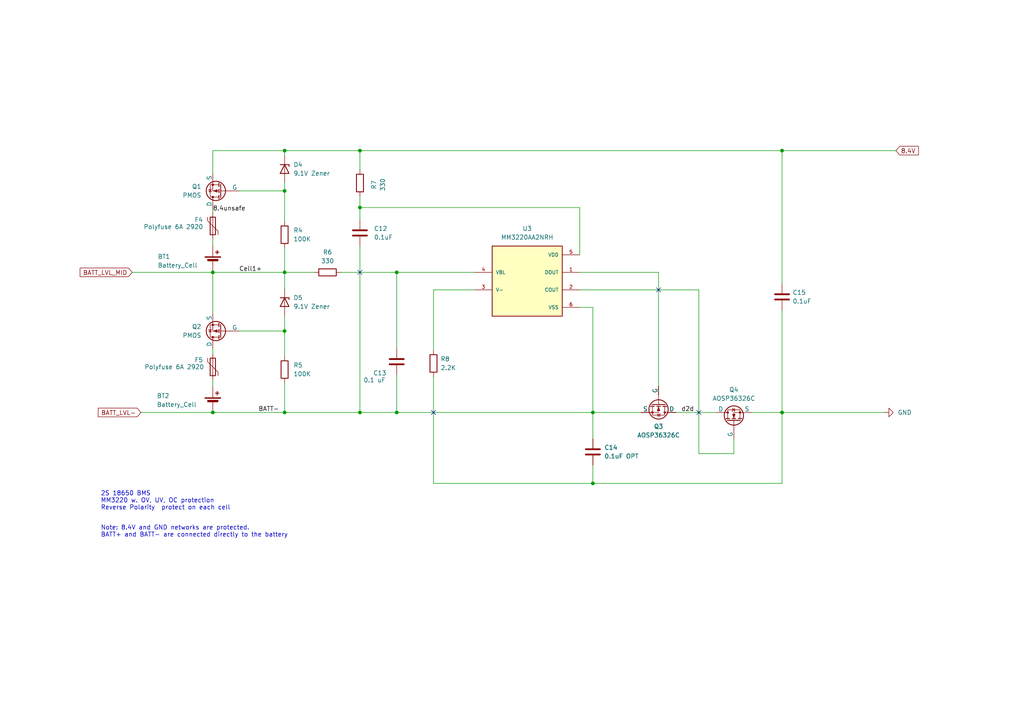
<source format=kicad_sch>
(kicad_sch (version 20230121) (generator eeschema)
  (paper "A4")
  (title_block (title "OpenActionCam") (date "2025-04-10") (rev "0.2") (company "KBader94") (comment 1 "https://github.com/kbader94/OpenActionCam"))
  (lib_symbols
    (symbol "Device:Battery_Cell" (pin_numbers hide) (pin_names (offset 0) hide)
      (property "Reference" "BT" (at 2.54 2.54 0))
      (property "Value" "Battery_Cell" (at 2.54 0 0))
      (symbol "Battery_Cell_0_1"
        (rectangle (start -2.286 1.778) (end 2.286 1.524) (fill (type outline)))
        (rectangle (start -1.524 1.016) (end 1.524 0.508) (fill (type outline)))
        (polyline (pts (xy 0 0.762) (xy 0 0)))
        (polyline (pts (xy 0 1.778) (xy 0 2.54)))
        (polyline (pts (xy 0.762 3.048) (xy 1.778 3.048)) (stroke (width 0.254)))
        (polyline (pts (xy 1.27 3.556) (xy 1.27 2.54)) (stroke (width 0.254)))
      )
      (symbol "Battery_Cell_1_1"
        (pin passive line (at 0 5.08 270) (length 2.54) (name "+") (number "1"))
        (pin passive line (at 0 -2.54 90) (length 2.54) (name "-") (number "2"))
      )
    )
    (symbol "Device:C" (pin_numbers hide) (pin_names (offset 0.254))
      (property "Reference" "C" (at 0.635 2.54 0))
      (property "Value" "C" (at 0.635 -2.54 0))
      (symbol "C_0_1"
        (polyline (pts (xy -2.032 -0.762) (xy 2.032 -0.762)) (stroke (width 0.508)))
        (polyline (pts (xy -2.032 0.762) (xy 2.032 0.762)) (stroke (width 0.508)))
      )
      (symbol "C_1_1"
        (pin passive line (at 0 3.81 270) (length 2.794) (name "~") (number "1"))
        (pin passive line (at 0 -3.81 90) (length 2.794) (name "~") (number "2"))
      )
    )
    (symbol "Device:D_Zener" (pin_numbers hide) (pin_names (offset 1.016) hide)
      (property "Reference" "D" (at 0 2.54 0))
      (property "Value" "D_Zener" (at 0 -2.54 0))
      (symbol "D_Zener_0_1"
        (polyline (pts (xy 1.27 0) (xy -1.27 0)))
        (polyline (pts (xy -1.27 -1.27) (xy -1.27 1.27) (xy -0.762 1.27)) (stroke (width 0.254)))
        (polyline (pts (xy 1.27 -1.27) (xy 1.27 1.27) (xy -1.27 0) (xy 1.27 -1.27)) (stroke (width 0.254)))
      )
      (symbol "D_Zener_1_1"
        (pin passive line (at -3.81 0 0) (length 2.54) (name "K") (number "1"))
        (pin passive line (at 3.81 0 180) (length 2.54) (name "A") (number "2"))
      )
    )
    (symbol "Device:Polyfuse" (pin_numbers hide) (pin_names (offset 0))
      (property "Reference" "F" (at -2.54 0 90))
      (property "Value" "Polyfuse" (at 2.54 0 90))
      (symbol "Polyfuse_0_1"
        (rectangle (start -0.762 2.54) (end 0.762 -2.54) (stroke (width 0.254)))
        (polyline (pts (xy 0 2.54) (xy 0 -2.54)))
        (polyline (pts (xy -1.524 2.54) (xy -1.524 1.524) (xy 1.524 -1.524) (xy 1.524 -2.54)))
      )
      (symbol "Polyfuse_1_1"
        (pin passive line (at 0 3.81 270) (length 1.27) (name "~") (number "1"))
        (pin passive line (at 0 -3.81 90) (length 1.27) (name "~") (number "2"))
      )
    )
    (symbol "Device:R" (pin_numbers hide) (pin_names (offset 0))
      (property "Reference" "R" (at 2.032 0 90))
      (property "Value" "R" (at 0 0 90))
      (symbol "R_0_1"
        (rectangle (start -1.016 -2.54) (end 1.016 2.54) (stroke (width 0.254)))
      )
      (symbol "R_1_1"
        (pin passive line (at 0 3.81 270) (length 1.27) (name "~") (number "1"))
        (pin passive line (at 0 -3.81 90) (length 1.27) (name "~") (number "2"))
      )
    )
    (symbol "MM3220AA2NRH:MM3220AA2NRH" (pin_names (offset 1.016))
      (property "Reference" "U" (at -10.16 10.922 0))
      (property "Value" "MM3220AA2NRH" (at -10.16 -12.7 0))
      (symbol "MM3220AA2NRH_0_0"
        (rectangle (start -10.16 -10.16) (end 10.16 10.16) (stroke (width 0.254)) (fill (type background)))
        (pin output line (at 15.24 2.54 180) (length 5.08) (name "DOUT") (number "1"))
        (pin output line (at 15.24 -2.54 180) (length 5.08) (name "COUT") (number "2"))
        (pin input line (at -15.24 -2.54 0) (length 5.08) (name "V-") (number "3"))
        (pin input line (at -15.24 2.54 0) (length 5.08) (name "VBL") (number "4"))
        (pin power_in line (at 15.24 7.62 180) (length 5.08) (name "VDD") (number "5"))
        (pin power_in line (at 15.24 -7.62 180) (length 5.08) (name "VSS") (number "6"))
      )
    )
    (symbol "Simulation_SPICE:NMOS" (pin_numbers hide) (pin_names (offset 0))
      (property "Reference" "Q" (at 5.08 1.27 0))
      (property "Value" "NMOS" (at 5.08 -1.27 0))
      (symbol "NMOS_0_1"
        (polyline (pts (xy 0.254 0) (xy -2.54 0)))
        (polyline (pts (xy 0.254 1.905) (xy 0.254 -1.905)) (stroke (width 0.254)))
        (polyline (pts (xy 0.762 -1.27) (xy 0.762 -2.286)) (stroke (width 0.254)))
        (polyline (pts (xy 0.762 0.508) (xy 0.762 -0.508)) (stroke (width 0.254)))
        (polyline (pts (xy 0.762 2.286) (xy 0.762 1.27)) (stroke (width 0.254)))
        (polyline (pts (xy 2.54 2.54) (xy 2.54 1.778)))
        (polyline (pts (xy 2.54 -2.54) (xy 2.54 0) (xy 0.762 0)))
        (polyline (pts (xy 0.762 -1.778) (xy 3.302 -1.778) (xy 3.302 1.778) (xy 0.762 1.778)))
        (polyline (pts (xy 1.016 0) (xy 2.032 0.381) (xy 2.032 -0.381) (xy 1.016 0)) (fill (type outline)))
        (polyline (pts (xy 2.794 0.508) (xy 2.921 0.381) (xy 3.683 0.381) (xy 3.81 0.254)))
        (polyline (pts (xy 3.302 0.381) (xy 2.921 -0.254) (xy 3.683 -0.254) (xy 3.302 0.381)))
        (circle (center 1.651 0) (radius 2.794) (stroke (width 0.254)))
        (circle (center 2.54 -1.778) (radius 0.254) (fill (type outline)))
        (circle (center 2.54 1.778) (radius 0.254) (fill (type outline)))
      )
      (symbol "NMOS_1_1"
        (pin passive line (at 2.54 5.08 270) (length 2.54) (name "D") (number "1"))
        (pin input line (at -5.08 0 0) (length 2.54) (name "G") (number "2"))
        (pin passive line (at 2.54 -5.08 90) (length 2.54) (name "S") (number "3"))
      )
    )
    (symbol "Simulation_SPICE:PMOS" (pin_numbers hide) (pin_names (offset 0))
      (property "Reference" "Q" (at 5.08 1.27 0))
      (property "Value" "PMOS" (at 5.08 -1.27 0))
      (symbol "PMOS_0_1"
        (polyline (pts (xy 0.254 0) (xy -2.54 0)))
        (polyline (pts (xy 0.254 1.905) (xy 0.254 -1.905)) (stroke (width 0.254)))
        (polyline (pts (xy 0.762 -1.27) (xy 0.762 -2.286)) (stroke (width 0.254)))
        (polyline (pts (xy 0.762 0.508) (xy 0.762 -0.508)) (stroke (width 0.254)))
        (polyline (pts (xy 0.762 2.286) (xy 0.762 1.27)) (stroke (width 0.254)))
        (polyline (pts (xy 2.54 2.54) (xy 2.54 1.778)))
        (polyline (pts (xy 2.54 -2.54) (xy 2.54 0) (xy 0.762 0)))
        (polyline (pts (xy 0.762 1.778) (xy 3.302 1.778) (xy 3.302 -1.778) (xy 0.762 -1.778)))
        (polyline (pts (xy 2.286 0) (xy 1.27 0.381) (xy 1.27 -0.381) (xy 2.286 0)) (fill (type outline)))
        (polyline (pts (xy 2.794 -0.508) (xy 2.921 -0.381) (xy 3.683 -0.381) (xy 3.81 -0.254)))
        (polyline (pts (xy 3.302 -0.381) (xy 2.921 0.254) (xy 3.683 0.254) (xy 3.302 -0.381)))
        (circle (center 1.651 0) (radius 2.794) (stroke (width 0.254)))
        (circle (center 2.54 -1.778) (radius 0.254) (fill (type outline)))
        (circle (center 2.54 1.778) (radius 0.254) (fill (type outline)))
      )
      (symbol "PMOS_1_1"
        (pin passive line (at 2.54 5.08 270) (length 2.54) (name "D") (number "1"))
        (pin input line (at -5.08 0 0) (length 2.54) (name "G") (number "2"))
        (pin passive line (at 2.54 -5.08 90) (length 2.54) (name "S") (number "3"))
      )
    )
    (symbol "power:GND" (power) (pin_names (offset 0))
      (property "Value" "GND" (at 0 -3.81 0))
      (symbol "GND_0_1"
        (polyline (pts (xy 0 0) (xy 0 -1.27) (xy 1.27 -1.27) (xy 0 -2.54) (xy -1.27 -1.27) (xy 0 -1.27)))
      )
      (symbol "GND_1_1"
        (pin power_in line (at 0 0 270) (length 0) hide (name "GND") (number "1"))
      )
    )
  )
  (junction (at 82.55 55.372))
  (junction (at 226.822 119.634))
  (junction (at 115.062 119.634))
  (junction (at 171.958 119.634))
  (junction (at 82.55 43.688))
  (junction (at 61.722 119.634))
  (junction (at 82.55 96.012))
  (junction (at 82.55 119.634))
  (junction (at 171.958 140.208))
  (junction (at 115.062 78.994))
  (junction (at 82.55 78.994))
  (junction (at 104.394 60.198))
  (junction (at 226.822 43.688))
  (junction (at 104.394 119.634))
  (junction (at 104.394 43.688))
  (junction (at 61.722 78.994))
  (no_connect (at 104.394 78.994))
  (no_connect (at 191.008 84.074))
  (no_connect (at 202.692 119.634))
  (no_connect (at 125.73 119.634))
  (wire (pts (xy 202.692 131.572) (xy 202.692 84.074)))
  (wire (pts (xy 171.958 89.154) (xy 171.958 119.634)))
  (wire (pts (xy 82.55 91.44) (xy 82.55 96.012)))
  (wire (pts (xy 226.822 119.634) (xy 226.822 140.208)))
  (wire (pts (xy 82.55 119.634) (xy 104.394 119.634)))
  (wire (pts (xy 61.722 78.994) (xy 82.55 78.994)))
  (wire (pts (xy 125.73 84.074) (xy 125.73 101.6)))
  (wire (pts (xy 196.088 119.634) (xy 207.772 119.634)))
  (wire (pts (xy 171.958 127.254) (xy 171.958 119.634)))
  (wire (pts (xy 104.394 43.688) (xy 226.822 43.688)))
  (wire (pts (xy 69.342 55.372) (xy 82.55 55.372)))
  (wire (pts (xy 125.73 109.22) (xy 125.73 140.208)))
  (wire (pts (xy 115.062 78.994) (xy 98.806 78.994)))
  (wire (pts (xy 125.73 140.208) (xy 171.958 140.208)))
  (wire (pts (xy 171.958 134.874) (xy 171.958 140.208)))
  (wire (pts (xy 61.722 43.688) (xy 82.55 43.688)))
  (wire (pts (xy 104.394 49.276) (xy 104.394 43.688)))
  (wire (pts (xy 82.55 52.832) (xy 82.55 55.372)))
  (wire (pts (xy 168.148 84.074) (xy 202.692 84.074)))
  (wire (pts (xy 82.55 43.688) (xy 104.394 43.688)))
  (wire (pts (xy 168.148 78.994) (xy 191.008 78.994)))
  (wire (pts (xy 82.55 78.994) (xy 91.186 78.994)))
  (wire (pts (xy 226.822 43.688) (xy 259.842 43.688)))
  (wire (pts (xy 69.342 96.012) (xy 82.55 96.012)))
  (wire (pts (xy 212.852 127.254) (xy 212.852 131.572)))
  (wire (pts (xy 61.722 110.236) (xy 61.722 112.014)))
  (wire (pts (xy 104.394 60.198) (xy 168.148 60.198)))
  (wire (pts (xy 104.394 56.896) (xy 104.394 60.198)))
  (wire (pts (xy 82.55 110.998) (xy 82.55 119.634)))
  (wire (pts (xy 104.394 63.754) (xy 104.394 60.198)))
  (wire (pts (xy 226.822 43.688) (xy 226.822 82.296)))
  (wire (pts (xy 61.722 78.74) (xy 61.722 78.994)))
  (wire (pts (xy 104.394 71.374) (xy 104.394 119.634)))
  (wire (pts (xy 61.722 119.634) (xy 40.894 119.634)))
  (wire (pts (xy 61.722 78.994) (xy 61.722 90.932)))
  (wire (pts (xy 61.722 119.634) (xy 82.55 119.634)))
  (wire (pts (xy 226.822 119.634) (xy 256.54 119.634)))
  (wire (pts (xy 115.062 119.634) (xy 171.958 119.634)))
  (wire (pts (xy 168.148 89.154) (xy 171.958 89.154)))
  (wire (pts (xy 82.55 71.882) (xy 82.55 78.994)))
  (wire (pts (xy 82.55 43.688) (xy 82.55 45.212)))
  (wire (pts (xy 171.958 119.634) (xy 185.928 119.634)))
  (wire (pts (xy 104.394 119.634) (xy 115.062 119.634)))
  (wire (pts (xy 115.062 78.994) (xy 115.062 101.092)))
  (wire (pts (xy 61.722 69.342) (xy 61.722 71.12)))
  (wire (pts (xy 168.148 73.914) (xy 168.148 60.198)))
  (wire (pts (xy 137.668 84.074) (xy 125.73 84.074)))
  (wire (pts (xy 115.062 108.712) (xy 115.062 119.634)))
  (wire (pts (xy 61.722 60.452) (xy 61.722 61.722)))
  (wire (pts (xy 226.822 89.916) (xy 226.822 119.634)))
  (wire (pts (xy 61.722 101.092) (xy 61.722 102.616)))
  (wire (pts (xy 191.008 78.994) (xy 191.008 112.014)))
  (wire (pts (xy 212.852 131.572) (xy 202.692 131.572)))
  (wire (pts (xy 38.354 78.994) (xy 61.722 78.994)))
  (wire (pts (xy 217.932 119.634) (xy 226.822 119.634)))
  (wire (pts (xy 61.722 50.292) (xy 61.722 43.688)))
  (wire (pts (xy 171.958 140.208) (xy 226.822 140.208)))
  (wire (pts (xy 82.55 96.012) (xy 82.55 103.378)))
  (wire (pts (xy 115.062 78.994) (xy 137.668 78.994)))
  (wire (pts (xy 82.55 55.372) (xy 82.55 64.262)))
  (wire (pts (xy 82.55 78.994) (xy 82.55 83.82)))
  (text "2S 18650 BMS\nMM3220 w. OV, UV, OC protection\nReverse Polarity  protect on each cell\n\n" (at 29.21 150.114 0) (effects (font (size 1.27 1.27)) (justify left bottom)))
  (text "Note: 8.4V and GND networks are protected.\nBATT+ and BATT- are connected directly to the battery" (at 29.21 155.956 0) (effects (font (size 1.27 1.27)) (justify left bottom)))
  (label "8.4unsafe" (at 61.722 61.468 0))
  (label "Cell1+" (at 69.342 78.994 0))
  (label "BATT-" (at 74.93 119.634 0))
  (label "d2d" (at 197.612 119.634 0))
  (global_label "8.4V" (shape input) (at 259.842 43.688 0) (property "Intersheetrefs" "${INTERSHEET_REFS}" (effects hide)))
  (global_label "BATT_LVL-" (shape input) (at 40.894 119.634 180) (property "Intersheetrefs" "${INTERSHEET_REFS}" (effects hide)))
  (global_label "BATT_LVL_MID" (shape input) (at 38.354 78.994 180) (property "Intersheetrefs" "${INTERSHEET_REFS}" (effects hide)))
  (symbol (lib_id "Device:C") (at 115.062 104.902 0) (unit 1)
    (property "Reference" "C13" (at 108.204 108.204 0) (effects (justify left)))
    (property "Value" "0.1 uF" (at 105.41 110.236 0) (effects (justify left)))
    (property "Footprint" "Capacitor_SMD:C_0603_1608Metric_Pad1.08x0.95mm_HandSolder" (effects hide))
  )
  (symbol (lib_id "Device:R") (at 94.996 78.994 90) (unit 1)
    (property "Reference" "R6" (at 94.996 73.152 90))
    (property "Value" "330" (at 94.996 75.692 90))
    (property "Footprint" "Resistor_SMD:R_0603_1608Metric" (effects hide))
  )
  (symbol (lib_id "Device:Polyfuse") (at 61.722 65.532 0) (unit 1)
    (property "Reference" "F4" (at 57.658 63.754 0))
    (property "Value" "Polyfuse 6A 2920" (at 50.292 65.786 0))
    (property "Footprint" "Fuse:Fuse_2920_7451Metric_Pad2.10x5.45mm_HandSolder" (effects hide))
  )
  (symbol (lib_id "Device:Battery_Cell") (at 61.722 76.2 0) (unit 1)
    (property "Reference" "BT1" (at 45.72 74.422 0) (effects (justify left)))
    (property "Value" "Battery_Cell" (at 45.72 76.962 0) (effects (justify left)))
    (property "Footprint" "Battery Holder - 18650:BAT_254" (effects hide))
  )
  (symbol (lib_id "Device:R") (at 82.55 107.188 0) (unit 1)
    (property "Reference" "R5" (at 85.09 105.918 0) (effects (justify left)))
    (property "Value" "100K" (at 85.09 108.458 0) (effects (justify left)))
    (property "Footprint" "Resistor_SMD:R_0603_1608Metric" (effects hide))
  )
  (symbol (lib_id "Simulation_SPICE:PMOS") (at 64.262 96.012 180) (unit 1)
    (property "Reference" "Q2" (at 58.42 94.742 0) (effects (justify left)))
    (property "Value" "PMOS" (at 58.42 97.282 0) (effects (justify left)))
    (property "Footprint" "FET - SI4435FDY:SO-8_VIS" (effects hide))
    (property "Datasheet" "https://ngspice.sourceforge.io/docs/ngspice-manual.pdf" (effects hide))
    (property "Sim.Device" "PMOS" (effects hide))
    (property "Sim.Type" "VDMOS" (effects hide))
    (property "Sim.Pins" "1=D 2=G 3=S" (effects hide))
  )
  (symbol (lib_id "Device:Polyfuse") (at 61.722 106.426 0) (unit 1)
    (property "Reference" "F5" (at 57.658 104.394 0))
    (property "Value" "Polyfuse 6A 2920" (at 50.546 106.426 0))
    (property "Footprint" "Fuse:Fuse_2920_7451Metric_Pad2.10x5.45mm_HandSolder" (effects hide))
  )
  (symbol (lib_id "Device:Battery_Cell") (at 61.722 117.094 0) (unit 1)
    (property "Reference" "BT2" (at 45.466 114.808 0) (effects (justify left)))
    (property "Value" "Battery_Cell" (at 45.466 117.348 0) (effects (justify left)))
    (property "Footprint" "Battery Holder - 18650:BAT_254" (effects hide))
  )
  (symbol (lib_id "Simulation_SPICE:PMOS") (at 64.262 55.372 180) (unit 1)
    (property "Reference" "Q1" (at 58.42 54.102 0) (effects (justify left)))
    (property "Value" "PMOS" (at 58.42 56.642 0) (effects (justify left)))
    (property "Footprint" "FET - SI4435FDY:SO-8_VIS" (effects hide))
    (property "Datasheet" "https://ngspice.sourceforge.io/docs/ngspice-manual.pdf" (effects hide))
    (property "Sim.Device" "PMOS" (effects hide))
    (property "Sim.Type" "VDMOS" (effects hide))
    (property "Sim.Pins" "1=D 2=G 3=S" (effects hide))
  )
  (symbol (lib_id "Device:R") (at 82.55 68.072 0) (unit 1)
    (property "Reference" "R4" (at 85.09 66.802 0) (effects (justify left)))
    (property "Value" "100K" (at 85.09 69.342 0) (effects (justify left)))
    (property "Footprint" "Resistor_SMD:R_0603_1608Metric" (effects hide))
  )
  (symbol (lib_id "Device:D_Zener") (at 82.55 49.022 270) (unit 1)
    (property "Reference" "D4" (at 85.09 47.752 90) (effects (justify left)))
    (property "Value" "9.1V Zener" (at 85.09 50.292 90) (effects (justify left)))
    (property "Footprint" "Diode_SMD:D_MiniMELF_Handsoldering" (effects hide))
  )
  (symbol (lib_id "Device:C") (at 226.822 86.106 0) (unit 1)
    (property "Reference" "C15" (at 229.87 84.836 0) (effects (justify left)))
    (property "Value" "0.1uF" (at 229.87 87.376 0) (effects (justify left)))
    (property "Footprint" "Capacitor_SMD:C_0603_1608Metric_Pad1.08x0.95mm_HandSolder" (effects hide))
  )
  (symbol (lib_id "Simulation_SPICE:NMOS") (at 212.852 122.174 90) (unit 1)
    (property "Reference" "Q4" (at 212.852 113.03 90))
    (property "Value" "AOSP36326C" (at 212.852 115.57 90))
    (property "Footprint" "FET - AOSP36326C:SOIC127P490X600X175-8N" (effects hide))
    (property "Datasheet" "https://ngspice.sourceforge.io/docs/ngspice-manual.pdf" (effects hide))
    (property "Sim.Device" "NMOS" (effects hide))
    (property "Sim.Type" "VDMOS" (effects hide))
    (property "Sim.Pins" "1=D 2=G 3=S" (effects hide))
  )
  (symbol (lib_id "power:GND") (at 256.54 119.634 90) (unit 1)
    (property "Reference" "#PWR017" (effects hide))
    (property "Value" "GND" (at 260.35 119.634 90) (effects (justify right)))
  )
  (symbol (lib_id "Device:C") (at 171.958 131.064 180) (unit 1)
    (property "Reference" "C14" (at 175.26 129.794 0) (effects (justify right)))
    (property "Value" "0.1uF OPT" (at 175.26 132.334 0) (effects (justify right)))
    (property "Footprint" "Capacitor_SMD:C_0603_1608Metric_Pad1.08x0.95mm_HandSolder" (effects hide))
  )
  (symbol (lib_id "MM3220AA2NRH:MM3220AA2NRH") (at 152.908 81.534 0) (unit 1)
    (property "Reference" "U3" (at 152.908 66.294 0))
    (property "Value" "MM3220AA2NRH" (at 152.908 68.834 0))
    (property "Footprint" "MM3220AA2NRH:IC_MM3220AA2NRH" (effects hide))
    (property "MF" "Mitsumi Electric Company Ltd" (effects hide))
    (property "MAXIMUM_PACKAGE_HEIGHT" "1.4 mm" (effects hide))
    (property "Package" "None" (effects hide))
    (property "Price" "None" (effects hide))
    (property "Check_prices" "https://www.snapeda.com/parts/MM3220AA2NRH/Mitsumi/view-part/?ref=eda" (effects hide))
    (property "STANDARD" "Manufacturer Recommendations" (effects hide))
    (property "PARTREV" "0" (effects hide))
    (property "SnapEDA_Link" "https://www.snapeda.com/parts/MM3220AA2NRH/Mitsumi/view-part/?ref=snap" (effects hide))
    (property "MP" "MM3220AA2NRH" (effects hide))
    (property "Description" "\n                        \n                            Battery Battery Protection IC Lithium Ion/Polymer SOT-26A\n                        \n" (effects hide))
    (property "MANUFACTURER" "Mitsumi" (effects hide))
    (property "Availability" "In Stock" (effects hide))
    (property "SNAPEDA_PN" "MM3220AA2NRH" (effects hide))
  )
  (symbol (lib_id "Device:C") (at 104.394 67.564 180) (unit 1)
    (property "Reference" "C12" (at 108.458 66.294 0) (effects (justify right)))
    (property "Value" "0.1uF" (at 108.458 68.834 0) (effects (justify right)))
    (property "Footprint" "Capacitor_SMD:C_0603_1608Metric_Pad1.08x0.95mm_HandSolder" (effects hide))
  )
  (symbol (lib_id "Device:D_Zener") (at 82.55 87.63 270) (unit 1)
    (property "Reference" "D5" (at 85.09 86.36 90) (effects (justify left)))
    (property "Value" "9.1V Zener" (at 85.09 88.9 90) (effects (justify left)))
    (property "Footprint" "Diode_SMD:D_MiniMELF_Handsoldering" (effects hide))
  )
  (symbol (lib_id "Device:R") (at 104.394 53.086 180) (unit 1)
    (property "Reference" "R7" (at 108.458 53.594 90))
    (property "Value" "330" (at 110.998 53.594 90))
    (property "Footprint" "Resistor_SMD:R_0603_1608Metric" (effects hide))
  )
  (symbol (lib_id "Simulation_SPICE:NMOS") (at 191.008 117.094 270) (unit 1)
    (property "Reference" "Q3" (at 191.008 123.698 90))
    (property "Value" "AOSP36326C" (at 191.008 126.238 90))
    (property "Footprint" "FET - AOSP36326C:SOIC127P490X600X175-8N" (effects hide))
    (property "Datasheet" "https://ngspice.sourceforge.io/docs/ngspice-manual.pdf" (effects hide))
    (property "Sim.Device" "NMOS" (effects hide))
    (property "Sim.Type" "VDMOS" (effects hide))
    (property "Sim.Pins" "1=D 2=G 3=S" (effects hide))
  )
  (symbol (lib_id "Device:R") (at 125.73 105.41 0) (unit 1)
    (property "Reference" "R8" (at 127.762 104.14 0) (effects (justify left)))
    (property "Value" "2.2K" (at 127.762 106.68 0) (effects (justify left)))
    (property "Footprint" "Resistor_SMD:R_0603_1608Metric" (effects hide))
  )
)
</source>
